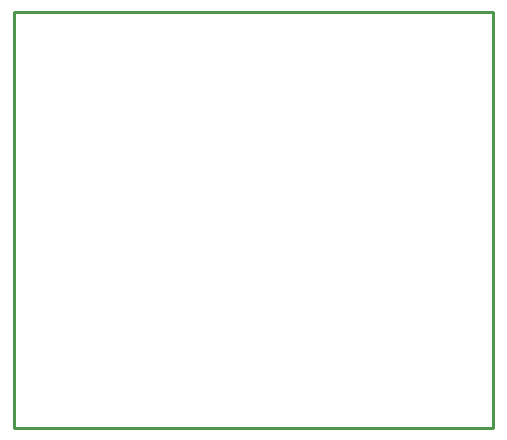
<source format=gbr>
G04 EAGLE Gerber RS-274X export*
G75*
%MOMM*%
%FSLAX34Y34*%
%LPD*%
%IN*%
%IPPOS*%
%AMOC8*
5,1,8,0,0,1.08239X$1,22.5*%
G01*
G04 Define Apertures*
%ADD10C,0.254000*%
D10*
X0Y0D02*
X406200Y0D01*
X406200Y352300D01*
X0Y352300D01*
X0Y0D01*
M02*

</source>
